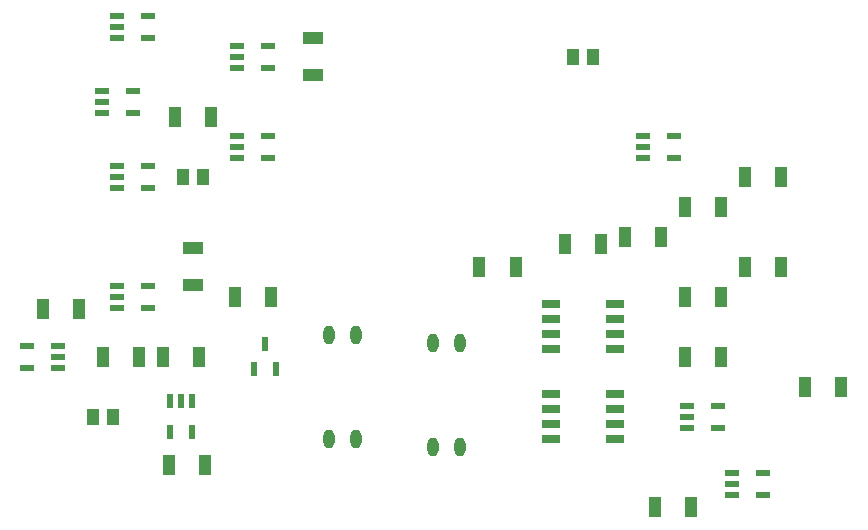
<source format=gbr>
%TF.GenerationSoftware,KiCad,Pcbnew,8.0.0*%
%TF.CreationDate,2024-04-17T16:33:46+02:00*%
%TF.ProjectId,bspdv3,62737064-7633-42e6-9b69-6361645f7063,rev?*%
%TF.SameCoordinates,Original*%
%TF.FileFunction,Paste,Top*%
%TF.FilePolarity,Positive*%
%FSLAX46Y46*%
G04 Gerber Fmt 4.6, Leading zero omitted, Abs format (unit mm)*
G04 Created by KiCad (PCBNEW 8.0.0) date 2024-04-17 16:33:46*
%MOMM*%
%LPD*%
G01*
G04 APERTURE LIST*
%ADD10R,1.050000X1.800000*%
%ADD11R,1.150000X0.600000*%
%ADD12R,0.600000X1.150000*%
%ADD13R,1.800000X1.050000*%
%ADD14R,1.070000X1.470000*%
%ADD15R,0.600000X1.300000*%
%ADD16O,0.950000X1.600000*%
%ADD17R,1.528000X0.650000*%
G04 APERTURE END LIST*
D10*
%TO.C,R5*%
X36602000Y-65024000D03*
X33502000Y-65024000D03*
%TD*%
D11*
%TO.C,G6*%
X39340000Y-29530000D03*
X39340000Y-30480000D03*
X39340000Y-31430000D03*
X41940000Y-31430000D03*
X41940000Y-29530000D03*
%TD*%
D10*
%TO.C,R14*%
X82270000Y-48260000D03*
X85370000Y-48260000D03*
%TD*%
D11*
%TO.C,CP3*%
X24160000Y-56830000D03*
X24160000Y-55880000D03*
X24160000Y-54930000D03*
X21560000Y-54930000D03*
X21560000Y-56830000D03*
%TD*%
%TO.C,CP4*%
X73660000Y-37150000D03*
X73660000Y-38100000D03*
X73660000Y-39050000D03*
X76260000Y-39050000D03*
X76260000Y-37150000D03*
%TD*%
D10*
%TO.C,R3*%
X22834000Y-51816000D03*
X25934000Y-51816000D03*
%TD*%
D11*
%TO.C,CP2*%
X29180000Y-39690000D03*
X29180000Y-40640000D03*
X29180000Y-41590000D03*
X31780000Y-41590000D03*
X31780000Y-39690000D03*
%TD*%
D12*
%TO.C,G2*%
X35494000Y-59660000D03*
X34544000Y-59660000D03*
X33594000Y-59660000D03*
X33594000Y-62260000D03*
X35494000Y-62260000D03*
%TD*%
D11*
%TO.C,CP1*%
X29180000Y-26990000D03*
X29180000Y-27940000D03*
X29180000Y-28890000D03*
X31780000Y-28890000D03*
X31780000Y-26990000D03*
%TD*%
%TO.C,G3*%
X27910000Y-33340000D03*
X27910000Y-34290000D03*
X27910000Y-35240000D03*
X30510000Y-35240000D03*
X30510000Y-33340000D03*
%TD*%
D10*
%TO.C,R6*%
X34010000Y-35560000D03*
X37110000Y-35560000D03*
%TD*%
D13*
%TO.C,R10*%
X45720000Y-28930000D03*
X45720000Y-32030000D03*
%TD*%
D11*
%TO.C,G5*%
X39340000Y-37150000D03*
X39340000Y-38100000D03*
X39340000Y-39050000D03*
X41940000Y-39050000D03*
X41940000Y-37150000D03*
%TD*%
D10*
%TO.C,R4*%
X31014000Y-55880000D03*
X27914000Y-55880000D03*
%TD*%
%TO.C,R17*%
X77190000Y-50800000D03*
X80290000Y-50800000D03*
%TD*%
D11*
%TO.C,G7*%
X77440000Y-60010000D03*
X77440000Y-60960000D03*
X77440000Y-61910000D03*
X80040000Y-61910000D03*
X80040000Y-60010000D03*
%TD*%
D10*
%TO.C,R1*%
X32994000Y-55880000D03*
X36094000Y-55880000D03*
%TD*%
%TO.C,R16*%
X67030000Y-46355000D03*
X70130000Y-46355000D03*
%TD*%
%TO.C,R9*%
X85370000Y-40640000D03*
X82270000Y-40640000D03*
%TD*%
%TO.C,R13*%
X72110000Y-45720000D03*
X75210000Y-45720000D03*
%TD*%
%TO.C,R11*%
X87350000Y-58420000D03*
X90450000Y-58420000D03*
%TD*%
D14*
%TO.C,C2*%
X28760000Y-60960000D03*
X27120000Y-60960000D03*
%TD*%
D10*
%TO.C,R15*%
X74650000Y-68580000D03*
X77750000Y-68580000D03*
%TD*%
%TO.C,R12*%
X59790000Y-48260000D03*
X62890000Y-48260000D03*
%TD*%
%TO.C,R18*%
X77190000Y-55880000D03*
X80290000Y-55880000D03*
%TD*%
D15*
%TO.C,Q1*%
X40706000Y-56930000D03*
X42606000Y-56930000D03*
X41656000Y-54830000D03*
%TD*%
D16*
%TO.C,K1*%
X47117000Y-62820000D03*
X49403000Y-62820000D03*
X49403000Y-54020000D03*
X47117000Y-54020000D03*
%TD*%
D11*
%TO.C,G1*%
X29180000Y-49850000D03*
X29180000Y-50800000D03*
X29180000Y-51750000D03*
X31780000Y-51750000D03*
X31780000Y-49850000D03*
%TD*%
%TO.C,G4*%
X81220000Y-65725000D03*
X81220000Y-66675000D03*
X81220000Y-67625000D03*
X83820000Y-67625000D03*
X83820000Y-65725000D03*
%TD*%
D14*
%TO.C,C3*%
X34740000Y-40640000D03*
X36380000Y-40640000D03*
%TD*%
%TO.C,C6*%
X67760000Y-30480000D03*
X69400000Y-30480000D03*
%TD*%
D17*
%TO.C,CP5*%
X65869000Y-51435000D03*
X65869000Y-52705000D03*
X65869000Y-53975000D03*
X65869000Y-55245000D03*
X71291000Y-55245000D03*
X71291000Y-53975000D03*
X71291000Y-52705000D03*
X71291000Y-51435000D03*
%TD*%
D10*
%TO.C,R8*%
X80290000Y-43180000D03*
X77190000Y-43180000D03*
%TD*%
D13*
%TO.C,R2*%
X35560000Y-49810000D03*
X35560000Y-46710000D03*
%TD*%
D17*
%TO.C,CP6*%
X65869000Y-59055000D03*
X65869000Y-60325000D03*
X65869000Y-61595000D03*
X65869000Y-62865000D03*
X71291000Y-62865000D03*
X71291000Y-61595000D03*
X71291000Y-60325000D03*
X71291000Y-59055000D03*
%TD*%
D16*
%TO.C,K2*%
X55880000Y-63500000D03*
X58166000Y-63500000D03*
X58166000Y-54700000D03*
X55880000Y-54700000D03*
%TD*%
D10*
%TO.C,R7*%
X42190000Y-50800000D03*
X39090000Y-50800000D03*
%TD*%
M02*

</source>
